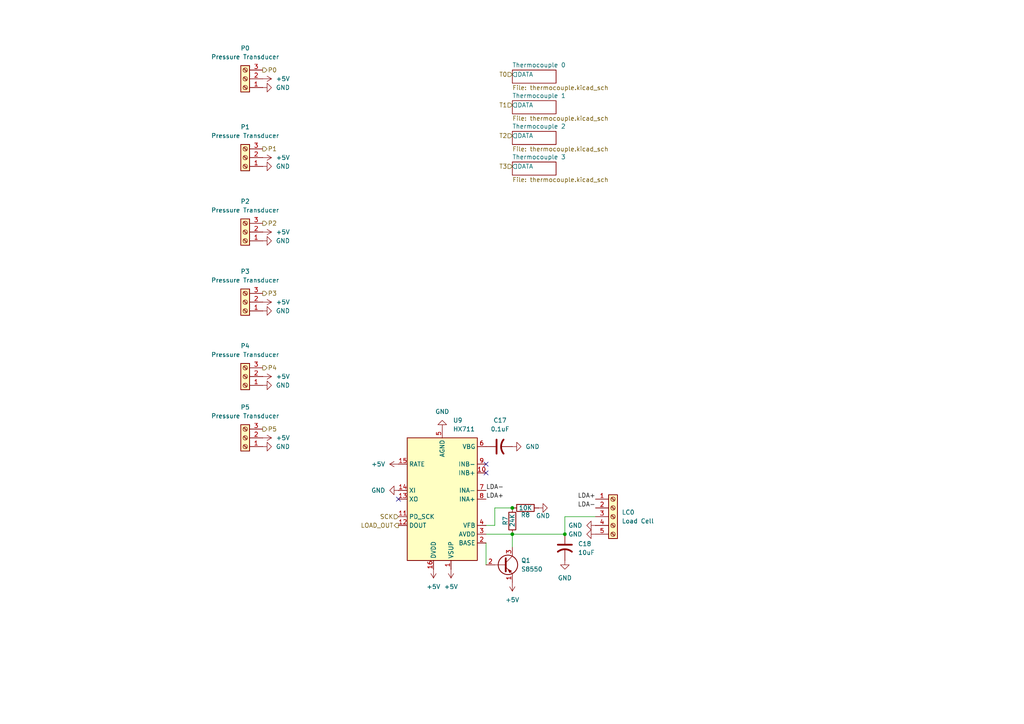
<source format=kicad_sch>
(kicad_sch (version 20250114) (generator "eeschema") (generator_version "9.0")
  (paper "A4")
  (lib_symbols
    (symbol "Analog_ADC:HX711"
      (property "Reference" "U" (at 5.08 21.59 0))
      (property "Value" "HX711" (at 7.62 19.05 0))
      (symbol "HX711_0_1"
        (rectangle (start -10.16 17.78) (end 10.16 -17.78) (stroke (width 0.254)) (fill (type background)))
      )
      (symbol "HX711_1_1"
        (pin passive line (at -12.7 12.7 0) (length 2.54) (name "BASE") (number "2"))
        (pin power_in line (at -12.7 10.16 0) (length 2.54) (name "AVDD") (number "3"))
        (pin input line (at -12.7 7.62 0) (length 2.54) (name "VFB") (number "4"))
        (pin input line (at -12.7 0 0) (length 2.54) (name "INA+") (number "8"))
        (pin input line (at -12.7 -2.54 0) (length 2.54) (name "INA-") (number "7"))
        (pin input line (at -12.7 -7.62 0) (length 2.54) (name "INB+") (number "10"))
        (pin input line (at -12.7 -10.16 0) (length 2.54) (name "INB-") (number "9"))
        (pin passive line (at -12.7 -15.24 0) (length 2.54) (name "VBG") (number "6"))
        (pin power_in line (at -2.54 20.32 270) (length 2.54) (name "VSUP") (number "1"))
        (pin power_in line (at 0 -20.32 90) (length 2.54) (name "AGND") (number "5"))
        (pin power_in line (at 2.54 20.32 270) (length 2.54) (name "DVDD") (number "16"))
        (pin output line (at 12.7 7.62 180) (length 2.54) (name "DOUT") (number "12"))
        (pin input line (at 12.7 5.08 180) (length 2.54) (name "PD_SCK") (number "11"))
        (pin passive line (at 12.7 0 180) (length 2.54) (name "XO") (number "13"))
        (pin passive line (at 12.7 -2.54 180) (length 2.54) (name "XI") (number "14"))
        (pin input line (at 12.7 -10.16 180) (length 2.54) (name "RATE") (number "15"))
      )
    )
    (symbol "Connector:Screw_Terminal_01x03" (pin_names (offset 1.016) (hide yes))
      (property "Reference" "J" (at 0 5.08 0))
      (property "Value" "Screw_Terminal_01x03" (at 0 -5.08 0))
      (symbol "Screw_Terminal_01x03_1_1"
        (rectangle (start -1.27 3.81) (end 1.27 -3.81) (stroke (width 0.254)) (fill (type background)))
        (polyline (pts (xy -0.5334 2.8702) (xy 0.3302 2.032)) (stroke (width 0.1524)))
        (polyline (pts (xy -0.5334 0.3302) (xy 0.3302 -0.508)) (stroke (width 0.1524)))
        (polyline (pts (xy -0.5334 -2.2098) (xy 0.3302 -3.048)) (stroke (width 0.1524)))
        (polyline (pts (xy -0.3556 3.048) (xy 0.508 2.2098)) (stroke (width 0.1524)))
        (polyline (pts (xy -0.3556 0.508) (xy 0.508 -0.3302)) (stroke (width 0.1524)))
        (polyline (pts (xy -0.3556 -2.032) (xy 0.508 -2.8702)) (stroke (width 0.1524)))
        (circle (center 0 2.54) (radius 0.635) (stroke (width 0.1524)))
        (circle (center 0 0) (radius 0.635) (stroke (width 0.1524)))
        (circle (center 0 -2.54) (radius 0.635) (stroke (width 0.1524)))
        (pin passive line (at -5.08 2.54 0) (length 3.81) (name "Pin_1") (number "1"))
        (pin passive line (at -5.08 0 0) (length 3.81) (name "Pin_2") (number "2"))
        (pin passive line (at -5.08 -2.54 0) (length 3.81) (name "Pin_3") (number "3"))
      )
    )
    (symbol "Connector:Screw_Terminal_01x05" (pin_names (offset 1.016) (hide yes))
      (property "Reference" "J" (at 0 7.62 0))
      (property "Value" "Screw_Terminal_01x05" (at 0 -7.62 0))
      (symbol "Screw_Terminal_01x05_1_1"
        (rectangle (start -1.27 6.35) (end 1.27 -6.35) (stroke (width 0.254)) (fill (type background)))
        (polyline (pts (xy -0.5334 5.4102) (xy 0.3302 4.572)) (stroke (width 0.1524)))
        (polyline (pts (xy -0.5334 2.8702) (xy 0.3302 2.032)) (stroke (width 0.1524)))
        (polyline (pts (xy -0.5334 0.3302) (xy 0.3302 -0.508)) (stroke (width 0.1524)))
        (polyline (pts (xy -0.5334 -2.2098) (xy 0.3302 -3.048)) (stroke (width 0.1524)))
        (polyline (pts (xy -0.5334 -4.7498) (xy 0.3302 -5.588)) (stroke (width 0.1524)))
        (polyline (pts (xy -0.3556 5.588) (xy 0.508 4.7498)) (stroke (width 0.1524)))
        (polyline (pts (xy -0.3556 3.048) (xy 0.508 2.2098)) (stroke (width 0.1524)))
        (polyline (pts (xy -0.3556 0.508) (xy 0.508 -0.3302)) (stroke (width 0.1524)))
        (polyline (pts (xy -0.3556 -2.032) (xy 0.508 -2.8702)) (stroke (width 0.1524)))
        (polyline (pts (xy -0.3556 -4.572) (xy 0.508 -5.4102)) (stroke (width 0.1524)))
        (circle (center 0 5.08) (radius 0.635) (stroke (width 0.1524)))
        (circle (center 0 2.54) (radius 0.635) (stroke (width 0.1524)))
        (circle (center 0 0) (radius 0.635) (stroke (width 0.1524)))
        (circle (center 0 -2.54) (radius 0.635) (stroke (width 0.1524)))
        (circle (center 0 -5.08) (radius 0.635) (stroke (width 0.1524)))
        (pin passive line (at -5.08 5.08 0) (length 3.81) (name "Pin_1") (number "1"))
        (pin passive line (at -5.08 2.54 0) (length 3.81) (name "Pin_2") (number "2"))
        (pin passive line (at -5.08 0 0) (length 3.81) (name "Pin_3") (number "3"))
        (pin passive line (at -5.08 -2.54 0) (length 3.81) (name "Pin_4") (number "4"))
        (pin passive line (at -5.08 -5.08 0) (length 3.81) (name "Pin_5") (number "5"))
      )
    )
    (symbol "Device:C_US" (pin_numbers (hide yes)) (pin_names (offset 0.254) (hide yes))
      (property "Reference" "C" (at 0.635 2.54 0))
      (property "Value" "C_US" (at 0.635 -2.54 0))
      (symbol "C_US_0_1"
        (polyline (pts (xy -2.032 0.762) (xy 2.032 0.762)) (stroke (width 0.508)))
        (arc (start -2.032 -1.27) (mid 0 -0.5572) (end 2.032 -1.27) (stroke (width 0.508)))
      )
      (symbol "C_US_1_1"
        (pin passive line (at 0 3.81 270) (length 2.794) (name "~") (number "1"))
        (pin passive line (at 0 -3.81 90) (length 3.302) (name "~") (number "2"))
      )
    )
    (symbol "Device:R" (pin_numbers (hide yes)) (pin_names (offset 0))
      (property "Reference" "R" (at 2.032 0 90))
      (property "Value" "R" (at 0 0 90))
      (symbol "R_0_1"
        (rectangle (start -1.016 -2.54) (end 1.016 2.54) (stroke (width 0.254)))
      )
      (symbol "R_1_1"
        (pin passive line (at 0 3.81 270) (length 1.27) (name "~") (number "1"))
        (pin passive line (at 0 -3.81 90) (length 1.27) (name "~") (number "2"))
      )
    )
    (symbol "Transistor_BJT:S8550" (pin_names (offset 0) (hide yes))
      (property "Reference" "Q" (at 5.08 1.905 0))
      (property "Value" "S8550" (at 5.08 0 0))
      (symbol "S8550_0_1"
        (polyline (pts (xy -2.54 0) (xy 0.635 0)))
        (polyline (pts (xy 0.635 1.905) (xy 0.635 -1.905)) (stroke (width 0.508)))
        (polyline (pts (xy 0.635 0.635) (xy 2.54 2.54)))
        (polyline (pts (xy 0.635 -0.635) (xy 2.54 -2.54)))
        (circle (center 1.27 0) (radius 2.8194) (stroke (width 0.254)))
        (polyline (pts (xy 2.286 -1.778) (xy 1.778 -2.286) (xy 1.27 -1.27) (xy 2.286 -1.778)) (fill (type outline)))
      )
      (symbol "S8550_1_1"
        (pin input line (at -5.08 0 0) (length 2.54) (name "B") (number "2"))
        (pin passive line (at 2.54 5.08 270) (length 2.54) (name "C") (number "3"))
        (pin passive line (at 2.54 -5.08 90) (length 2.54) (name "E") (number "1"))
      )
    )
    (symbol "power:+5V" (power) (pin_numbers (hide yes)) (pin_names (offset 0) (hide yes))
      (property "Value" "+5V" (at 0 3.556 0))
      (symbol "+5V_0_1"
        (polyline (pts (xy -0.762 1.27) (xy 0 2.54)))
        (polyline (pts (xy 0 2.54) (xy 0.762 1.27)))
        (polyline (pts (xy 0 0) (xy 0 2.54)))
      )
      (symbol "+5V_1_1"
        (pin power_in line (at 0 0 90) (length 0) (name "~") (number "1"))
      )
    )
    (symbol "power:GND" (power) (pin_numbers (hide yes)) (pin_names (offset 0) (hide yes))
      (property "Value" "GND" (at 0 -3.81 0))
      (symbol "GND_0_1"
        (polyline (pts (xy 0 0) (xy 0 -1.27) (xy 1.27 -1.27) (xy 0 -2.54) (xy -1.27 -1.27) (xy 0 -1.27)))
      )
      (symbol "GND_1_1"
        (pin power_in line (at 0 0 270) (length 0) (name "~") (number "1"))
      )
    )
  )
  (junction (at 163.83 154.94))
  (junction (at 148.59 154.94))
  (junction (at 148.59 147.32))
  (no_connect (at 115.57 144.78))
  (no_connect (at 140.97 134.62))
  (no_connect (at 140.97 137.16))
  (wire (pts (xy 140.97 163.83) (xy 140.97 157.48)))
  (wire (pts (xy 148.59 154.94) (xy 163.83 154.94)))
  (wire (pts (xy 140.97 152.4) (xy 143.51 152.4)))
  (wire (pts (xy 143.51 152.4) (xy 143.51 147.32)))
  (wire (pts (xy 163.83 149.86) (xy 172.72 149.86)))
  (wire (pts (xy 148.59 154.94) (xy 148.59 158.75)))
  (wire (pts (xy 163.83 154.94) (xy 163.83 149.86)))
  (wire (pts (xy 140.97 154.94) (xy 148.59 154.94)))
  (wire (pts (xy 143.51 147.32) (xy 148.59 147.32)))
  (label "LDA+" (at 140.97 144.78 0))
  (label "LDA+" (at 172.72 144.78 180))
  (label "LDA-" (at 140.97 142.24 0))
  (label "LDA-" (at 172.72 147.32 180))
  (hierarchical_label "P5" (shape output) (at 76.2 124.46 0))
  (hierarchical_label "LOAD_OUT" (shape output) (at 115.57 152.4 180))
  (hierarchical_label "P4" (shape output) (at 76.2 106.68 0))
  (hierarchical_label "T3" (shape input) (at 148.59 48.26 180))
  (hierarchical_label "T2" (shape input) (at 148.59 39.37 180))
  (hierarchical_label "T1" (shape input) (at 148.59 30.48 180))
  (hierarchical_label "P2" (shape output) (at 76.2 64.77 0))
  (hierarchical_label "P1" (shape output) (at 76.2 43.18 0))
  (hierarchical_label "P3" (shape output) (at 76.2 85.09 0))
  (hierarchical_label "T0" (shape input) (at 148.59 21.59 180))
  (hierarchical_label "P0" (shape output) (at 76.2 20.32 0))
  (hierarchical_label "SCK" (shape input) (at 115.57 149.86 180))
  (symbol (lib_id "Device:R") (at 148.59 151.13 180) (unit 1)
    (property "Reference" "R7" (at 146.558 152.4 90) (effects (justify right)))
    (property "Value" "24K" (at 148.59 152.908 90) (effects (justify right)))
    (property "Footprint" "Resistor_SMD:R_0603_1608Metric_Pad0.98x0.95mm_HandSolder" (effects (hide yes)))
    (property "Description" "Resistor" (effects (hide yes)))
  )
  (symbol (lib_id "power:GND") (at 76.2 129.54 90) (unit 1)
    (property "Reference" "#PWR0116" (effects (hide yes)))
    (property "Value" "GND" (at 80.01 129.5399 90) (effects (justify right)))
    (property "Description" "Power symbol creates a global label with name \"GND\" , ground" (effects (hide yes)))
  )
  (symbol (lib_id "power:GND") (at 76.2 111.76 90) (unit 1)
    (property "Reference" "#PWR039" (effects (hide yes)))
    (property "Value" "GND" (at 80.01 111.7599 90) (effects (justify right)))
    (property "Description" "Power symbol creates a global label with name \"GND\" , ground" (effects (hide yes)))
  )
  (symbol (lib_id "Device:R") (at 152.4 147.32 90) (unit 1)
    (property "Reference" "R8" (at 152.4 149.352 90))
    (property "Value" "10K" (at 152.4 147.32 90))
    (property "Footprint" "Resistor_SMD:R_0603_1608Metric_Pad0.98x0.95mm_HandSolder" (effects (hide yes)))
    (property "Description" "Resistor" (effects (hide yes)))
  )
  (symbol (lib_id "Connector:Screw_Terminal_01x03") (at 71.12 22.86 180) (unit 1)
    (property "Reference" "P0" (at 71.12 13.97 0))
    (property "Value" "Pressure Transducer" (at 71.12 16.51 0))
    (property "Footprint" "TerminalBlock:TerminalBlock_bornier-3_P5.08mm" (effects (hide yes)))
    (property "Description" "Generic screw terminal, single row, 01x03, script generated (kicad-library-utils/schlib/autogen/connector/)" (effects (hide yes)))
  )
  (symbol (lib_id "power:GND") (at 172.72 154.94 270) (unit 1)
    (property "Reference" "#PWR049" (effects (hide yes)))
    (property "Value" "GND" (at 168.91 154.9399 90) (effects (justify right)))
    (property "Description" "Power symbol creates a global label with name \"GND\" , ground" (effects (hide yes)))
  )
  (symbol (lib_id "Device:C_US") (at 144.78 129.54 90) (unit 1)
    (property "Reference" "C17" (at 145.034 121.92 90))
    (property "Value" "0.1uF" (at 145.034 124.46 90))
    (property "Footprint" "Capacitor_SMD:C_0603_1608Metric_Pad1.08x0.95mm_HandSolder" (effects (hide yes)))
    (property "Description" "capacitor, US symbol" (effects (hide yes)))
  )
  (symbol (lib_id "power:GND") (at 148.59 129.54 90) (unit 1)
    (property "Reference" "#PWR040" (effects (hide yes)))
    (property "Value" "GND" (at 152.4 129.5399 90) (effects (justify right)))
    (property "Description" "Power symbol creates a global label with name \"GND\" , ground" (effects (hide yes)))
  )
  (symbol (lib_id "power:GND") (at 156.21 147.32 90) (unit 1)
    (property "Reference" "#PWR045" (effects (hide yes)))
    (property "Value" "GND" (at 155.448 149.606 90) (effects (justify right)))
    (property "Description" "Power symbol creates a global label with name \"GND\" , ground" (effects (hide yes)))
  )
  (symbol (lib_id "Connector:Screw_Terminal_01x03") (at 71.12 87.63 180) (unit 1)
    (property "Reference" "P3" (at 71.12 78.74 0))
    (property "Value" "Pressure Transducer" (at 71.12 81.28 0))
    (property "Footprint" "TerminalBlock:TerminalBlock_bornier-3_P5.08mm" (effects (hide yes)))
    (property "Description" "Generic screw terminal, single row, 01x03, script generated (kicad-library-utils/schlib/autogen/connector/)" (effects (hide yes)))
  )
  (symbol (lib_id "Connector:Screw_Terminal_01x03") (at 71.12 127 180) (unit 1)
    (property "Reference" "P5" (at 71.12 118.11 0))
    (property "Value" "Pressure Transducer" (at 71.12 120.65 0))
    (property "Footprint" "TerminalBlock:TerminalBlock_bornier-3_P5.08mm" (effects (hide yes)))
    (property "Description" "Generic screw terminal, single row, 01x03, script generated (kicad-library-utils/schlib/autogen/connector/)" (effects (hide yes)))
  )
  (symbol (lib_id "power:+5V") (at 76.2 109.22 270) (unit 1)
    (property "Reference" "#PWR034" (effects (hide yes)))
    (property "Value" "+5V" (at 80.01 109.2199 90) (effects (justify left)))
    (property "Description" "Power symbol creates a global label with name \"+5V\"" (effects (hide yes)))
  )
  (symbol (lib_id "power:+5V") (at 76.2 87.63 270) (unit 1)
    (property "Reference" "#PWR033" (effects (hide yes)))
    (property "Value" "+5V" (at 80.01 87.6299 90) (effects (justify left)))
    (property "Description" "Power symbol creates a global label with name \"+5V\"" (effects (hide yes)))
  )
  (symbol (lib_id "power:+5V") (at 148.59 168.91 180) (unit 1)
    (property "Reference" "#PWR046" (effects (hide yes)))
    (property "Value" "+5V" (at 148.59 173.99 0))
    (property "Description" "Power symbol creates a global label with name \"+5V\"" (effects (hide yes)))
  )
  (symbol (lib_id "power:GND") (at 76.2 48.26 90) (unit 1)
    (property "Reference" "#PWR036" (effects (hide yes)))
    (property "Value" "GND" (at 80.01 48.2599 90) (effects (justify right)))
    (property "Description" "Power symbol creates a global label with name \"GND\" , ground" (effects (hide yes)))
  )
  (symbol (lib_id "power:+5V") (at 76.2 45.72 270) (unit 1)
    (property "Reference" "#PWR031" (effects (hide yes)))
    (property "Value" "+5V" (at 80.01 45.7199 90) (effects (justify left)))
    (property "Description" "Power symbol creates a global label with name \"+5V\"" (effects (hide yes)))
  )
  (symbol (lib_id "power:GND") (at 76.2 69.85 90) (unit 1)
    (property "Reference" "#PWR037" (effects (hide yes)))
    (property "Value" "GND" (at 80.01 69.8499 90) (effects (justify right)))
    (property "Description" "Power symbol creates a global label with name \"GND\" , ground" (effects (hide yes)))
  )
  (symbol (lib_id "power:GND") (at 128.27 124.46 180) (unit 1)
    (property "Reference" "#PWR041" (effects (hide yes)))
    (property "Value" "GND" (at 128.27 119.38 0))
    (property "Description" "Power symbol creates a global label with name \"GND\" , ground" (effects (hide yes)))
  )
  (symbol (lib_id "power:+5V") (at 76.2 127 270) (unit 1)
    (property "Reference" "#PWR0117" (effects (hide yes)))
    (property "Value" "+5V" (at 80.01 126.9999 90) (effects (justify left)))
    (property "Description" "Power symbol creates a global label with name \"+5V\"" (effects (hide yes)))
  )
  (symbol (lib_id "Device:C_US") (at 163.83 158.75 0) (unit 1)
    (property "Reference" "C18" (at 167.64 157.7339 0) (effects (justify left)))
    (property "Value" "10uF" (at 167.64 160.2739 0) (effects (justify left)))
    (property "Footprint" "Capacitor_SMD:C_0603_1608Metric_Pad1.08x0.95mm_HandSolder" (effects (hide yes)))
    (property "Description" "capacitor, US symbol" (effects (hide yes)))
  )
  (symbol (lib_id "Connector:Screw_Terminal_01x05") (at 177.8 149.86 0) (unit 1)
    (property "Reference" "LC0" (at 180.34 148.5899 0) (effects (justify left)))
    (property "Value" "Load Cell" (at 180.34 151.1299 0) (effects (justify left)))
    (property "Footprint" "TerminalBlock:TerminalBlock_bornier-5_P5.08mm" (effects (hide yes)))
    (property "Description" "Generic screw terminal, single row, 01x05, script generated (kicad-library-utils/schlib/autogen/connector/)" (effects (hide yes)))
  )
  (symbol (lib_id "Connector:Screw_Terminal_01x03") (at 71.12 67.31 180) (unit 1)
    (property "Reference" "P2" (at 71.12 58.42 0))
    (property "Value" "Pressure Transducer" (at 71.12 60.96 0))
    (property "Footprint" "TerminalBlock:TerminalBlock_bornier-3_P5.08mm" (effects (hide yes)))
    (property "Description" "Generic screw terminal, single row, 01x03, script generated (kicad-library-utils/schlib/autogen/connector/)" (effects (hide yes)))
  )
  (symbol (lib_id "Transistor_BJT:S8550") (at 146.05 163.83 0) (unit 1)
    (property "Reference" "Q1" (at 151.13 162.5599 0) (effects (justify left)))
    (property "Value" "S8550" (at 151.13 165.0999 0) (effects (justify left)))
    (property "Footprint" "Package_TO_SOT_SMD:SOT-23" (effects (hide yes)))
    (property "Datasheet" "http://www.unisonic.com.tw/datasheet/S8550.pdf" (effects (hide yes)))
    (property "Description" "0.7A Ic, 20V Vce, Low Voltage High Current PNP Transistor, TO-92" (effects (hide yes)))
  )
  (symbol (lib_id "power:+5V") (at 76.2 67.31 270) (unit 1)
    (property "Reference" "#PWR032" (effects (hide yes)))
    (property "Value" "+5V" (at 80.01 67.3099 90) (effects (justify left)))
    (property "Description" "Power symbol creates a global label with name \"+5V\"" (effects (hide yes)))
  )
  (symbol (lib_id "Connector:Screw_Terminal_01x03") (at 71.12 109.22 180) (unit 1)
    (property "Reference" "P4" (at 71.12 100.33 0))
    (property "Value" "Pressure Transducer" (at 71.12 102.87 0))
    (property "Footprint" "TerminalBlock:TerminalBlock_bornier-3_P5.08mm" (effects (hide yes)))
    (property "Description" "Generic screw terminal, single row, 01x03, script generated (kicad-library-utils/schlib/autogen/connector/)" (effects (hide yes)))
  )
  (symbol (lib_id "Connector:Screw_Terminal_01x03") (at 71.12 45.72 180) (unit 1)
    (property "Reference" "P1" (at 71.12 36.83 0))
    (property "Value" "Pressure Transducer" (at 71.12 39.37 0))
    (property "Footprint" "TerminalBlock:TerminalBlock_bornier-3_P5.08mm" (effects (hide yes)))
    (property "Description" "Generic screw terminal, single row, 01x03, script generated (kicad-library-utils/schlib/autogen/connector/)" (effects (hide yes)))
  )
  (symbol (lib_id "power:GND") (at 115.57 142.24 270) (unit 1)
    (property "Reference" "#PWR044" (effects (hide yes)))
    (property "Value" "GND" (at 111.76 142.2399 90) (effects (justify right)))
    (property "Description" "Power symbol creates a global label with name \"GND\" , ground" (effects (hide yes)))
  )
  (symbol (lib_id "power:+5V") (at 125.73 165.1 180) (unit 1)
    (property "Reference" "#PWR042" (effects (hide yes)))
    (property "Value" "+5V" (at 125.73 170.18 0))
    (property "Description" "Power symbol creates a global label with name \"+5V\"" (effects (hide yes)))
  )
  (symbol (lib_id "power:GND") (at 172.72 152.4 270) (unit 1)
    (property "Reference" "#PWR048" (effects (hide yes)))
    (property "Value" "GND" (at 168.91 152.3999 90) (effects (justify right)))
    (property "Description" "Power symbol creates a global label with name \"GND\" , ground" (effects (hide yes)))
  )
  (symbol (lib_id "power:GND") (at 163.83 162.56 0) (unit 1)
    (property "Reference" "#PWR047" (effects (hide yes)))
    (property "Value" "GND" (at 163.83 167.64 0))
    (property "Description" "Power symbol creates a global label with name \"GND\" , ground" (effects (hide yes)))
  )
  (symbol (lib_id "power:+5V") (at 76.2 22.86 270) (unit 1)
    (property "Reference" "#PWR030" (effects (hide yes)))
    (property "Value" "+5V" (at 80.01 22.8599 90) (effects (justify left)))
    (property "Description" "Power symbol creates a global label with name \"+5V\"" (effects (hide yes)))
  )
  (symbol (lib_id "power:+5V") (at 115.57 134.62 90) (unit 1)
    (property "Reference" "#PWR050" (effects (hide yes)))
    (property "Value" "+5V" (at 111.76 134.6199 90) (effects (justify left)))
    (property "Description" "Power symbol creates a global label with name \"+5V\"" (effects (hide yes)))
  )
  (symbol (lib_id "Analog_ADC:HX711") (at 128.27 144.78 180) (unit 1)
    (property "Reference" "U9" (at 131.3881 121.92 0) (effects (justify right)))
    (property "Value" "HX711" (at 131.3881 124.46 0) (effects (justify right)))
    (property "Footprint" "Package_SO:SOP-16_3.9x9.9mm_P1.27mm" (effects (hide yes)))
    (property "Datasheet" "https://web.archive.org/web/20220615044707/https://akizukidenshi.com/download/ds/avia/hx711.pdf" (effects (hide yes)))
    (property "Description" "24-Bit Analog-to-Digital Converter (ADC) for Weight Scales" (effects (hide yes)))
  )
  (symbol (lib_id "power:+5V") (at 130.81 165.1 180) (unit 1)
    (property "Reference" "#PWR043" (effects (hide yes)))
    (property "Value" "+5V" (at 130.81 170.18 0))
    (property "Description" "Power symbol creates a global label with name \"+5V\"" (effects (hide yes)))
  )
  (symbol (lib_id "power:GND") (at 76.2 90.17 90) (unit 1)
    (property "Reference" "#PWR038" (effects (hide yes)))
    (property "Value" "GND" (at 80.01 90.1699 90) (effects (justify right)))
    (property "Description" "Power symbol creates a global label with name \"GND\" , ground" (effects (hide yes)))
  )
  (symbol (lib_id "power:GND") (at 76.2 25.4 90) (unit 1)
    (property "Reference" "#PWR035" (effects (hide yes)))
    (property "Value" "GND" (at 80.01 25.3999 90) (effects (justify right)))
    (property "Description" "Power symbol creates a global label with name \"GND\" , ground" (effects (hide yes)))
  )
  (sheet (at 148.59 46.99) (size 12.7 3.81) (stroke (width 0.1524))
    (property "Sheetname" "Thermocouple 3" (at 148.59 46.2784 0) (effects (justify left bottom)))
    (property "Sheetfile" "thermocouple.kicad_sch" (at 148.59 51.3846 0) (effects (justify left top)))
    (pin "DATA" output (at 148.59 48.26 180))
  )
  (sheet (at 148.59 38.1) (size 12.7 3.81) (stroke (width 0.1524))
    (property "Sheetname" "Thermocouple 2" (at 148.59 37.3884 0) (effects (justify left bottom)))
    (property "Sheetfile" "thermocouple.kicad_sch" (at 148.59 42.4946 0) (effects (justify left top)))
    (pin "DATA" output (at 148.59 39.37 180))
  )
  (sheet (at 148.59 29.21) (size 12.7 3.81) (stroke (width 0.1524))
    (property "Sheetname" "Thermocouple 1" (at 148.59 28.4984 0) (effects (justify left bottom)))
    (property "Sheetfile" "thermocouple.kicad_sch" (at 148.59 33.6046 0) (effects (justify left top)))
    (pin "DATA" output (at 148.59 30.48 180))
  )
  (sheet (at 148.59 20.32) (size 12.7 3.81) (stroke (width 0.1524))
    (property "Sheetname" "Thermocouple 0" (at 148.59 19.6084 0) (effects (justify left bottom)))
    (property "Sheetfile" "thermocouple.kicad_sch" (at 148.59 24.7146 0) (effects (justify left top)))
    (pin "DATA" output (at 148.59 21.59 180))
  )
)
</source>
